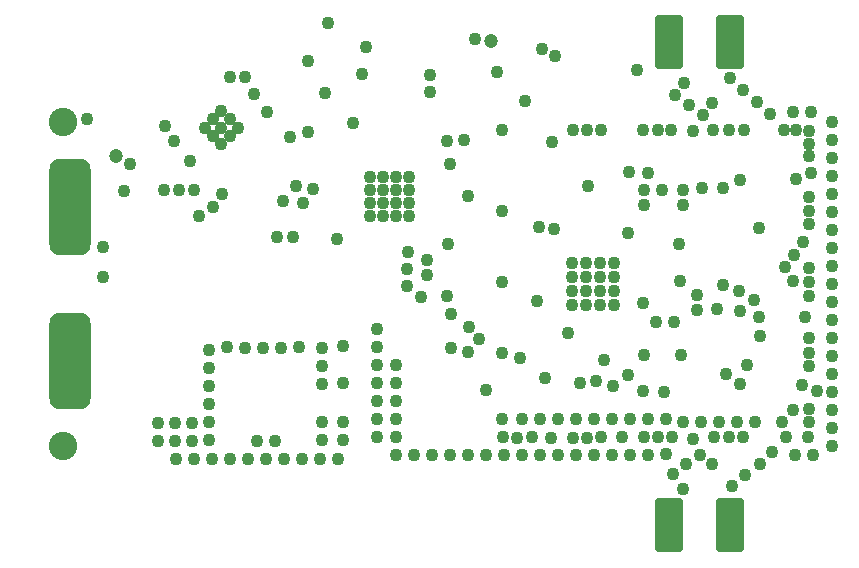
<source format=gbs>
G04 Layer_Color=16711935*
%FSLAX25Y25*%
%MOIN*%
G70*
G01*
G75*
%ADD199C,0.09494*%
G04:AMPARAMS|DCode=200|XSize=90.55mil|YSize=177.16mil|CornerRadius=6.3mil|HoleSize=0mil|Usage=FLASHONLY|Rotation=180.000|XOffset=0mil|YOffset=0mil|HoleType=Round|Shape=RoundedRectangle|*
%AMROUNDEDRECTD200*
21,1,0.09055,0.16457,0,0,180.0*
21,1,0.07795,0.17716,0,0,180.0*
1,1,0.01260,-0.03898,0.08228*
1,1,0.01260,0.03898,0.08228*
1,1,0.01260,0.03898,-0.08228*
1,1,0.01260,-0.03898,-0.08228*
%
%ADD200ROUNDEDRECTD200*%
G04:AMPARAMS|DCode=201|XSize=137.92mil|YSize=322.96mil|CornerRadius=36.48mil|HoleSize=0mil|Usage=FLASHONLY|Rotation=0.000|XOffset=0mil|YOffset=0mil|HoleType=Round|Shape=RoundedRectangle|*
%AMROUNDEDRECTD201*
21,1,0.13792,0.25000,0,0,0.0*
21,1,0.06496,0.32296,0,0,0.0*
1,1,0.07296,0.03248,-0.12500*
1,1,0.07296,-0.03248,-0.12500*
1,1,0.07296,-0.03248,0.12500*
1,1,0.07296,0.03248,0.12500*
%
%ADD201ROUNDEDRECTD201*%
%ADD202C,0.04300*%
%ADD203C,0.04740*%
D199*
X6400Y54100D02*
D03*
Y-54100D02*
D03*
D200*
X228836Y80513D02*
D03*
X208364D02*
D03*
Y-80513D02*
D03*
X228836D02*
D03*
D201*
X8700Y-25591D02*
D03*
Y25591D02*
D03*
D202*
X134800Y13200D02*
D03*
X141400Y29400D02*
D03*
X165000Y18800D02*
D03*
X127900Y8100D02*
D03*
X121200Y4900D02*
D03*
X135300Y40000D02*
D03*
X121500Y10500D02*
D03*
X206600Y-35900D02*
D03*
X189600Y-34000D02*
D03*
X194600Y-30500D02*
D03*
X199800Y-35700D02*
D03*
X186900Y-25500D02*
D03*
X184100Y-32300D02*
D03*
X178900Y-33200D02*
D03*
X200000Y-23700D02*
D03*
X201500Y36800D02*
D03*
X232000Y-33400D02*
D03*
X227500Y-29900D02*
D03*
X234300Y-27200D02*
D03*
X232100Y34700D02*
D03*
X195200Y37200D02*
D03*
X181500Y32500D02*
D03*
X170000Y18200D02*
D03*
X158900Y-24600D02*
D03*
X164500Y-5700D02*
D03*
X141400Y-22700D02*
D03*
X135700Y-21500D02*
D03*
X145200Y-18300D02*
D03*
X152791Y-23010D02*
D03*
X19700Y2400D02*
D03*
X14500Y54900D02*
D03*
X28700Y40100D02*
D03*
X88000Y74400D02*
D03*
X140200Y47800D02*
D03*
X170500Y75800D02*
D03*
X166000Y78300D02*
D03*
X84100Y32700D02*
D03*
X89800Y31600D02*
D03*
X86300Y27100D02*
D03*
X19700Y12400D02*
D03*
X83050Y15700D02*
D03*
X79600Y27700D02*
D03*
X77700Y15500D02*
D03*
X62000Y69000D02*
D03*
X70200Y63300D02*
D03*
X59200Y46532D02*
D03*
X56416Y49316D02*
D03*
X53632Y52100D02*
D03*
X59200Y52100D02*
D03*
X56416Y54884D02*
D03*
X64768Y52100D02*
D03*
X61984Y54884D02*
D03*
X59200Y57668D02*
D03*
X61984Y49316D02*
D03*
X67000Y69000D02*
D03*
X106200Y69900D02*
D03*
X160300Y60900D02*
D03*
X151000Y70700D02*
D03*
X197800Y71300D02*
D03*
X143700Y81700D02*
D03*
X107400Y79100D02*
D03*
X128600Y64000D02*
D03*
X212000Y900D02*
D03*
X204000Y-12800D02*
D03*
X88200Y50500D02*
D03*
X134400Y47600D02*
D03*
X127600Y3000D02*
D03*
X152780Y24295D02*
D03*
X134400Y-4000D02*
D03*
X135700Y-10200D02*
D03*
X141800Y-14400D02*
D03*
X121200Y-800D02*
D03*
X125700Y-4500D02*
D03*
X252600Y-33800D02*
D03*
X250671Y35000D02*
D03*
X147500Y-35293D02*
D03*
X211900Y13400D02*
D03*
X152800Y617D02*
D03*
X152800Y51200D02*
D03*
X169300Y47300D02*
D03*
X97700Y14800D02*
D03*
X181031Y51185D02*
D03*
X204661Y51207D02*
D03*
X228275D02*
D03*
X255200Y51100D02*
D03*
X255175Y24348D02*
D03*
X255194Y670D02*
D03*
X255186Y-22957D02*
D03*
X254900Y-51000D02*
D03*
X228268Y-51196D02*
D03*
X204653D02*
D03*
X153000Y-51000D02*
D03*
X181023Y-51218D02*
D03*
X103000Y53500D02*
D03*
X213200Y-68400D02*
D03*
X194700Y17000D02*
D03*
X167100Y-31300D02*
D03*
X210100Y-12600D02*
D03*
X199600Y-6500D02*
D03*
X121654Y22575D02*
D03*
Y26905D02*
D03*
Y31236D02*
D03*
Y35567D02*
D03*
X117323D02*
D03*
Y31236D02*
D03*
Y26905D02*
D03*
Y22575D02*
D03*
X112993D02*
D03*
Y26905D02*
D03*
Y31236D02*
D03*
Y35567D02*
D03*
X108662D02*
D03*
Y31236D02*
D03*
Y26905D02*
D03*
Y22575D02*
D03*
X238300Y18700D02*
D03*
X247200Y5500D02*
D03*
X226500Y32100D02*
D03*
X219500D02*
D03*
X213000Y26300D02*
D03*
X200000Y26400D02*
D03*
X213000Y31400D02*
D03*
X206100D02*
D03*
X200000D02*
D03*
X226400Y-400D02*
D03*
X231900Y-2400D02*
D03*
X236800Y-5500D02*
D03*
X238300Y-11000D02*
D03*
X238600Y-17400D02*
D03*
X232000Y-8900D02*
D03*
X224400Y-8400D02*
D03*
X217900Y-8600D02*
D03*
X217800Y-3600D02*
D03*
X250200Y9700D02*
D03*
X253200Y13900D02*
D03*
X249800Y900D02*
D03*
X253600Y-11000D02*
D03*
X212400Y-23700D02*
D03*
X249900Y-42000D02*
D03*
X246200Y-46000D02*
D03*
X222900Y-60200D02*
D03*
X214200D02*
D03*
X209700Y-63500D02*
D03*
X218700Y-57100D02*
D03*
X219100Y-46100D02*
D03*
X225100Y-46000D02*
D03*
X231100D02*
D03*
X237100Y-46200D02*
D03*
X174600Y-16300D02*
D03*
X222600Y60400D02*
D03*
X219800Y56200D02*
D03*
X215100Y59500D02*
D03*
X233900Y-63800D02*
D03*
X229400Y-67300D02*
D03*
X44100Y-58400D02*
D03*
X50100D02*
D03*
X56100D02*
D03*
X62100D02*
D03*
X68100D02*
D03*
X74100D02*
D03*
X80100D02*
D03*
X86100D02*
D03*
X92100D02*
D03*
X98100D02*
D03*
X117300Y-56900D02*
D03*
X123300D02*
D03*
X129300D02*
D03*
X135300D02*
D03*
X141300D02*
D03*
X147300D02*
D03*
X153300D02*
D03*
X159300D02*
D03*
X165300D02*
D03*
X111200Y-14900D02*
D03*
Y-20900D02*
D03*
Y-26900D02*
D03*
Y-32900D02*
D03*
Y-38900D02*
D03*
Y-44900D02*
D03*
Y-50900D02*
D03*
X117400Y-51000D02*
D03*
Y-45000D02*
D03*
Y-39000D02*
D03*
Y-33000D02*
D03*
Y-27000D02*
D03*
X92800Y-52000D02*
D03*
Y-46000D02*
D03*
Y-27400D02*
D03*
Y-21400D02*
D03*
X55100Y-21900D02*
D03*
Y-27900D02*
D03*
Y-33900D02*
D03*
Y-39900D02*
D03*
Y-45900D02*
D03*
Y-51900D02*
D03*
X99800Y-46000D02*
D03*
Y-52000D02*
D03*
X85100Y-21100D02*
D03*
X79100Y-21400D02*
D03*
X73100D02*
D03*
X61100Y-21100D02*
D03*
X67100Y-21400D02*
D03*
X92800Y-33400D02*
D03*
X49500Y-52300D02*
D03*
Y-46300D02*
D03*
X43900Y-52300D02*
D03*
Y-46300D02*
D03*
X99800Y-33200D02*
D03*
Y-20600D02*
D03*
X207300Y-56800D02*
D03*
X201300Y-56900D02*
D03*
X195300D02*
D03*
X189300D02*
D03*
X183300D02*
D03*
X177300D02*
D03*
X171300D02*
D03*
X213400Y67100D02*
D03*
X210400Y62800D02*
D03*
X238700Y-59900D02*
D03*
X242600Y-56100D02*
D03*
X228667Y68519D02*
D03*
X233226Y64550D02*
D03*
X242128Y56676D02*
D03*
X237900Y60500D02*
D03*
X262800Y-54000D02*
D03*
Y-48000D02*
D03*
Y-42000D02*
D03*
Y-36000D02*
D03*
Y-30000D02*
D03*
Y-24000D02*
D03*
Y-18000D02*
D03*
Y-12000D02*
D03*
Y-6000D02*
D03*
Y0D02*
D03*
Y6000D02*
D03*
Y12000D02*
D03*
Y18000D02*
D03*
Y24000D02*
D03*
Y30000D02*
D03*
Y36000D02*
D03*
Y42000D02*
D03*
Y48000D02*
D03*
Y54000D02*
D03*
X250300Y-57200D02*
D03*
X256300D02*
D03*
X249800Y57200D02*
D03*
X255800D02*
D03*
X159300Y-45000D02*
D03*
X165300D02*
D03*
X171300D02*
D03*
X177300D02*
D03*
X183300D02*
D03*
X189300D02*
D03*
X195300D02*
D03*
X201300D02*
D03*
X207300D02*
D03*
X169100Y-51300D02*
D03*
X192800Y-51200D02*
D03*
X216500Y-51600D02*
D03*
X216400Y51000D02*
D03*
X209200Y51200D02*
D03*
X223100D02*
D03*
X233400D02*
D03*
X246600Y51300D02*
D03*
X250782Y51199D02*
D03*
X199900Y51300D02*
D03*
X247500Y-51200D02*
D03*
X233000D02*
D03*
X223500D02*
D03*
X209300D02*
D03*
X200100D02*
D03*
X185800D02*
D03*
X176300Y-51300D02*
D03*
X162800Y-51200D02*
D03*
X157903Y-51220D02*
D03*
X185700Y51200D02*
D03*
X152900Y-45100D02*
D03*
X255207Y-46137D02*
D03*
X176400Y51200D02*
D03*
X255200Y19900D02*
D03*
Y29100D02*
D03*
X255196Y46791D02*
D03*
X255200Y42600D02*
D03*
Y5400D02*
D03*
Y-4100D02*
D03*
Y-18200D02*
D03*
Y-27500D02*
D03*
Y-41600D02*
D03*
X257700Y-35700D02*
D03*
X77000Y-52500D02*
D03*
X71000D02*
D03*
X38000Y-46500D02*
D03*
Y-52500D02*
D03*
X213000Y-46100D02*
D03*
X128700Y69700D02*
D03*
X255600Y36800D02*
D03*
X176013Y-2362D02*
D03*
X180738Y-7087D02*
D03*
X190187Y7087D02*
D03*
X180738D02*
D03*
X185462D02*
D03*
X180738Y-2362D02*
D03*
X176013Y-7087D02*
D03*
Y2362D02*
D03*
Y7087D02*
D03*
X190187Y2362D02*
D03*
X185462D02*
D03*
X180738D02*
D03*
X185462Y-2362D02*
D03*
X190187D02*
D03*
Y-7087D02*
D03*
X185462D02*
D03*
X93700Y63500D02*
D03*
X59400Y29900D02*
D03*
X26900Y31000D02*
D03*
X40100Y31200D02*
D03*
X45200D02*
D03*
X50200Y31300D02*
D03*
X51700Y22500D02*
D03*
X56500Y25700D02*
D03*
X94800Y87000D02*
D03*
X82000Y48900D02*
D03*
X74500Y57300D02*
D03*
X48600Y40800D02*
D03*
X43400Y47700D02*
D03*
X40300Y52700D02*
D03*
D203*
X149000Y81100D02*
D03*
X24100Y42500D02*
D03*
M02*

</source>
